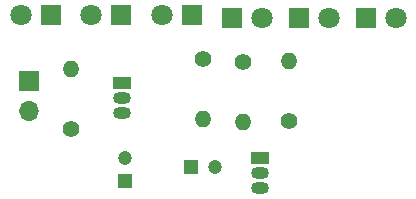
<source format=gbr>
%TF.GenerationSoftware,KiCad,Pcbnew,(5.1.12)-1*%
%TF.CreationDate,2023-08-23T15:32:20+05:30*%
%TF.ProjectId,led2,6c656432-2e6b-4696-9361-645f70636258,rev?*%
%TF.SameCoordinates,Original*%
%TF.FileFunction,Soldermask,Bot*%
%TF.FilePolarity,Negative*%
%FSLAX46Y46*%
G04 Gerber Fmt 4.6, Leading zero omitted, Abs format (unit mm)*
G04 Created by KiCad (PCBNEW (5.1.12)-1) date 2023-08-23 15:32:20*
%MOMM*%
%LPD*%
G01*
G04 APERTURE LIST*
%ADD10O,1.400000X1.400000*%
%ADD11C,1.400000*%
%ADD12R,1.500000X1.050000*%
%ADD13O,1.500000X1.050000*%
%ADD14C,1.800000*%
%ADD15R,1.800000X1.800000*%
%ADD16C,1.200000*%
%ADD17R,1.200000X1.200000*%
%ADD18O,1.700000X1.700000*%
%ADD19R,1.700000X1.700000*%
G04 APERTURE END LIST*
D10*
%TO.C,R4*%
X148210000Y-52950000D03*
D11*
X148210000Y-58030000D03*
%TD*%
D10*
%TO.C,R3*%
X129760000Y-53600000D03*
D11*
X129760000Y-58680000D03*
%TD*%
D10*
%TO.C,R2*%
X144300000Y-58070000D03*
D11*
X144300000Y-52990000D03*
%TD*%
D10*
%TO.C,R1*%
X140920000Y-57840000D03*
D11*
X140920000Y-52760000D03*
%TD*%
D12*
%TO.C,Q2*%
X145740000Y-61130000D03*
D13*
X145740000Y-63670000D03*
X145740000Y-62400000D03*
%TD*%
D12*
%TO.C,Q1*%
X134040000Y-54760000D03*
D13*
X134040000Y-57300000D03*
X134040000Y-56030000D03*
%TD*%
D14*
%TO.C,D6*%
X157250000Y-49250000D03*
D15*
X154710000Y-49250000D03*
%TD*%
D14*
%TO.C,D5*%
X151600000Y-49250000D03*
D15*
X149060000Y-49250000D03*
%TD*%
D14*
%TO.C,D4*%
X145890000Y-49310000D03*
D15*
X143350000Y-49310000D03*
%TD*%
D14*
%TO.C,D3*%
X137460000Y-49000000D03*
D15*
X140000000Y-49000000D03*
%TD*%
D14*
%TO.C,D2*%
X131460000Y-49000000D03*
D15*
X134000000Y-49000000D03*
%TD*%
D14*
%TO.C,D1*%
X125460000Y-49000000D03*
D15*
X128000000Y-49000000D03*
%TD*%
D16*
%TO.C,C2*%
X141920000Y-61890000D03*
D17*
X139920000Y-61890000D03*
%TD*%
D16*
%TO.C,C1*%
X134310000Y-61100000D03*
D17*
X134310000Y-63100000D03*
%TD*%
D18*
%TO.C,9V1*%
X126170000Y-57140000D03*
D19*
X126170000Y-54600000D03*
%TD*%
M02*

</source>
